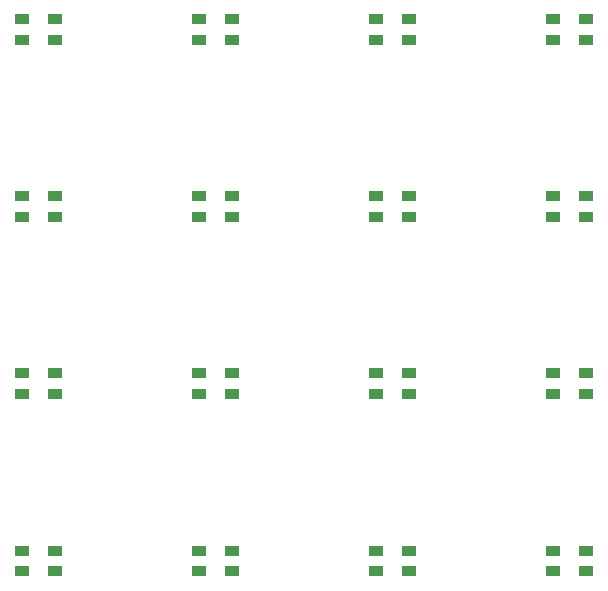
<source format=gtp>
G04 #@! TF.FileFunction,Paste,Top*
%FSLAX46Y46*%
G04 Gerber Fmt 4.6, Leading zero omitted, Abs format (unit mm)*
G04 Created by KiCad (PCBNEW 4.0.7-e2-6376~58~ubuntu16.04.1) date Tue Sep 19 16:55:53 2017*
%MOMM*%
%LPD*%
G01*
G04 APERTURE LIST*
%ADD10C,0.100000*%
%ADD11R,1.250000X0.950000*%
G04 APERTURE END LIST*
D10*
D11*
X8900000Y53375000D03*
X8900000Y51625000D03*
X6100000Y51625000D03*
X6100000Y53375000D03*
X23900000Y53375000D03*
X23900000Y51625000D03*
X21100000Y51625000D03*
X21100000Y53375000D03*
X38900000Y53375000D03*
X38900000Y51625000D03*
X36100000Y51625000D03*
X36100000Y53375000D03*
X53900000Y53375000D03*
X53900000Y51625000D03*
X51100000Y51625000D03*
X51100000Y53375000D03*
X8900000Y38375000D03*
X8900000Y36625000D03*
X6100000Y36625000D03*
X6100000Y38375000D03*
X23900000Y38375000D03*
X23900000Y36625000D03*
X21100000Y36625000D03*
X21100000Y38375000D03*
X38900000Y38375000D03*
X38900000Y36625000D03*
X36100000Y36625000D03*
X36100000Y38375000D03*
X53900000Y38375000D03*
X53900000Y36625000D03*
X51100000Y36625000D03*
X51100000Y38375000D03*
X8900000Y23375000D03*
X8900000Y21625000D03*
X6100000Y21625000D03*
X6100000Y23375000D03*
X23900000Y23375000D03*
X23900000Y21625000D03*
X21100000Y21625000D03*
X21100000Y23375000D03*
X38900000Y23375000D03*
X38900000Y21625000D03*
X36100000Y21625000D03*
X36100000Y23375000D03*
X53900000Y23375000D03*
X53900000Y21625000D03*
X51100000Y21625000D03*
X51100000Y23375000D03*
X8900000Y8375000D03*
X8900000Y6625000D03*
X6100000Y6625000D03*
X6100000Y8375000D03*
X23900000Y8375000D03*
X23900000Y6625000D03*
X21100000Y6625000D03*
X21100000Y8375000D03*
X38900000Y8375000D03*
X38900000Y6625000D03*
X36100000Y6625000D03*
X36100000Y8375000D03*
X53900000Y8375000D03*
X53900000Y6625000D03*
X51100000Y6625000D03*
X51100000Y8375000D03*
M02*

</source>
